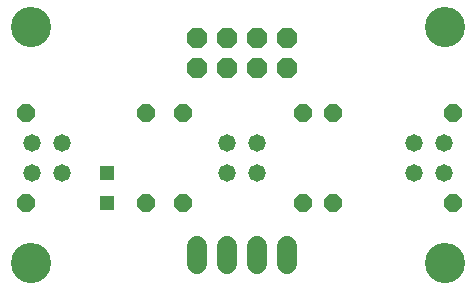
<source format=gbs>
G75*
%MOIN*%
%OFA0B0*%
%FSLAX25Y25*%
%IPPOS*%
%LPD*%
%AMOC8*
5,1,8,0,0,1.08239X$1,22.5*
%
%ADD10C,0.13398*%
%ADD11OC8,0.06800*%
%ADD12OC8,0.06000*%
%ADD13C,0.05800*%
%ADD14C,0.06800*%
%ADD15R,0.04762X0.04762*%
D10*
X0014791Y0011343D03*
X0014791Y0090083D03*
X0152586Y0090083D03*
X0152586Y0011343D03*
D11*
X0099948Y0076500D03*
X0089948Y0076500D03*
X0079948Y0076500D03*
X0069948Y0076500D03*
X0069948Y0086500D03*
X0079948Y0086500D03*
X0089948Y0086500D03*
X0099948Y0086500D03*
D12*
X0105448Y0061500D03*
X0115448Y0061500D03*
X0155448Y0061500D03*
X0155448Y0031500D03*
X0115448Y0031500D03*
X0105448Y0031500D03*
X0065448Y0031500D03*
X0052948Y0031500D03*
X0012948Y0031500D03*
X0012948Y0061500D03*
X0052948Y0061500D03*
X0065448Y0061500D03*
D13*
X0079948Y0051500D03*
X0089948Y0051500D03*
X0089948Y0041500D03*
X0079948Y0041500D03*
X0024948Y0041500D03*
X0014948Y0041500D03*
X0014948Y0051500D03*
X0024948Y0051500D03*
X0142448Y0051500D03*
X0152448Y0051500D03*
X0152448Y0041500D03*
X0142448Y0041500D03*
D14*
X0099948Y0017000D02*
X0099948Y0011000D01*
X0089948Y0011000D02*
X0089948Y0017000D01*
X0079948Y0017000D02*
X0079948Y0011000D01*
X0069948Y0011000D02*
X0069948Y0017000D01*
D15*
X0039948Y0031500D03*
X0039948Y0041500D03*
M02*

</source>
